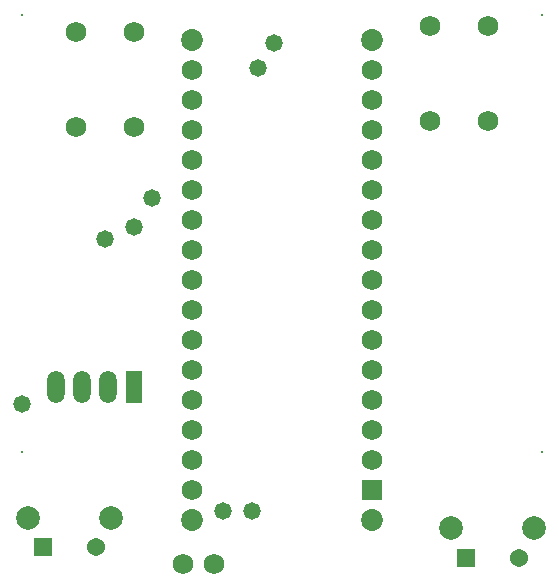
<source format=gbr>
%TF.GenerationSoftware,Altium Limited,Altium Designer,24.4.1 (13)*%
G04 Layer_Color=16711935*
%FSLAX45Y45*%
%MOMM*%
%TF.SameCoordinates,E812156F-5FB4-45FE-B866-EF37BABFEDD0*%
%TF.FilePolarity,Negative*%
%TF.FileFunction,Soldermask,Bot*%
%TF.Part,Single*%
G01*
G75*
%TA.AperFunction,ComponentPad*%
%ADD15C,2.00000*%
%ADD16C,1.54000*%
%ADD17R,1.54000X1.54000*%
%ADD26C,1.72720*%
%ADD27C,1.85420*%
%ADD28R,1.72720X1.72720*%
%ADD29C,0.20320*%
%ADD30O,1.47320X2.74320*%
%ADD31R,1.47320X2.74320*%
%TA.AperFunction,ViaPad*%
%ADD32C,1.47320*%
D15*
X8550498Y7988498D02*
D03*
X7849498D02*
D03*
X11434499Y7898999D02*
D03*
X12135498D02*
D03*
D16*
X8424996Y7739502D02*
D03*
X12009997Y7650002D02*
D03*
D17*
X7975000Y7739502D02*
D03*
X11559995Y7650002D02*
D03*
D26*
X11255002Y12149999D02*
D03*
Y11350000D02*
D03*
X11744998D02*
D03*
X11745003Y12149999D02*
D03*
X9238000Y8730000D02*
D03*
Y8984000D02*
D03*
Y9492000D02*
D03*
Y9746000D02*
D03*
Y10000000D02*
D03*
Y10254000D02*
D03*
Y10508000D02*
D03*
Y10762000D02*
D03*
Y11270000D02*
D03*
Y11524000D02*
D03*
Y11778000D02*
D03*
X10762000D02*
D03*
Y11524000D02*
D03*
Y11270000D02*
D03*
Y11016000D02*
D03*
Y8730000D02*
D03*
Y8476000D02*
D03*
X9238000Y9238000D02*
D03*
X10762000Y9746000D02*
D03*
X9238000Y11016000D02*
D03*
X10762000Y9238000D02*
D03*
Y10762000D02*
D03*
Y10508000D02*
D03*
Y10254000D02*
D03*
Y10000000D02*
D03*
Y9492000D02*
D03*
X9238000Y8222000D02*
D03*
Y8476000D02*
D03*
X10762000Y8984000D02*
D03*
X9426998Y7599998D02*
D03*
X9160298D02*
D03*
X8254998Y12100001D02*
D03*
Y11299998D02*
D03*
X8745000D02*
D03*
Y12100001D02*
D03*
D27*
X10762000Y12032000D02*
D03*
X9238000D02*
D03*
Y7968000D02*
D03*
X10762000D02*
D03*
D28*
Y8222000D02*
D03*
D29*
X7800000Y12250000D02*
D03*
X12200001Y8550001D02*
D03*
X7800000Y8550000D02*
D03*
X12200000Y12250001D02*
D03*
D30*
X8530001Y9100002D02*
D03*
X8310001D02*
D03*
X8090002D02*
D03*
D31*
X8750005D02*
D03*
D32*
X9750000Y8050000D02*
D03*
X9929388Y12007500D02*
D03*
X9500000Y8050000D02*
D03*
X9800000Y11800000D02*
D03*
X8500000Y10350000D02*
D03*
X8750000Y10450000D02*
D03*
X8900000Y10700000D02*
D03*
X7800000Y8950000D02*
D03*
%TF.MD5,5927632909b4e44fb06ac57f3faf982f*%
M02*

</source>
